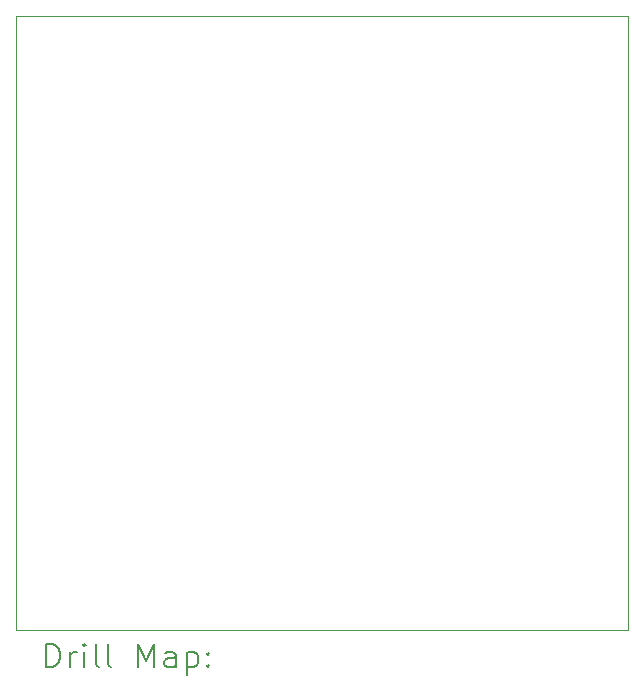
<source format=gbr>
%TF.GenerationSoftware,KiCad,Pcbnew,8.0.7*%
%TF.CreationDate,2025-01-04T02:12:27-08:00*%
%TF.ProjectId,PCB,5043422e-6b69-4636-9164-5f7063625858,rev?*%
%TF.SameCoordinates,Original*%
%TF.FileFunction,Drillmap*%
%TF.FilePolarity,Positive*%
%FSLAX45Y45*%
G04 Gerber Fmt 4.5, Leading zero omitted, Abs format (unit mm)*
G04 Created by KiCad (PCBNEW 8.0.7) date 2025-01-04 02:12:27*
%MOMM*%
%LPD*%
G01*
G04 APERTURE LIST*
%ADD10C,0.050000*%
%ADD11C,0.200000*%
G04 APERTURE END LIST*
D10*
X2003000Y-1515000D02*
X7191000Y-1515000D01*
X7191000Y-6713000D01*
X2003000Y-6713000D01*
X2003000Y-1515000D01*
D11*
X2261277Y-7026984D02*
X2261277Y-6826984D01*
X2261277Y-6826984D02*
X2308896Y-6826984D01*
X2308896Y-6826984D02*
X2337467Y-6836508D01*
X2337467Y-6836508D02*
X2356515Y-6855555D01*
X2356515Y-6855555D02*
X2366039Y-6874603D01*
X2366039Y-6874603D02*
X2375563Y-6912698D01*
X2375563Y-6912698D02*
X2375563Y-6941269D01*
X2375563Y-6941269D02*
X2366039Y-6979365D01*
X2366039Y-6979365D02*
X2356515Y-6998412D01*
X2356515Y-6998412D02*
X2337467Y-7017460D01*
X2337467Y-7017460D02*
X2308896Y-7026984D01*
X2308896Y-7026984D02*
X2261277Y-7026984D01*
X2461277Y-7026984D02*
X2461277Y-6893650D01*
X2461277Y-6931746D02*
X2470801Y-6912698D01*
X2470801Y-6912698D02*
X2480324Y-6903174D01*
X2480324Y-6903174D02*
X2499372Y-6893650D01*
X2499372Y-6893650D02*
X2518420Y-6893650D01*
X2585086Y-7026984D02*
X2585086Y-6893650D01*
X2585086Y-6826984D02*
X2575563Y-6836508D01*
X2575563Y-6836508D02*
X2585086Y-6846031D01*
X2585086Y-6846031D02*
X2594610Y-6836508D01*
X2594610Y-6836508D02*
X2585086Y-6826984D01*
X2585086Y-6826984D02*
X2585086Y-6846031D01*
X2708896Y-7026984D02*
X2689848Y-7017460D01*
X2689848Y-7017460D02*
X2680324Y-6998412D01*
X2680324Y-6998412D02*
X2680324Y-6826984D01*
X2813658Y-7026984D02*
X2794610Y-7017460D01*
X2794610Y-7017460D02*
X2785086Y-6998412D01*
X2785086Y-6998412D02*
X2785086Y-6826984D01*
X3042229Y-7026984D02*
X3042229Y-6826984D01*
X3042229Y-6826984D02*
X3108896Y-6969841D01*
X3108896Y-6969841D02*
X3175562Y-6826984D01*
X3175562Y-6826984D02*
X3175562Y-7026984D01*
X3356515Y-7026984D02*
X3356515Y-6922222D01*
X3356515Y-6922222D02*
X3346991Y-6903174D01*
X3346991Y-6903174D02*
X3327943Y-6893650D01*
X3327943Y-6893650D02*
X3289848Y-6893650D01*
X3289848Y-6893650D02*
X3270801Y-6903174D01*
X3356515Y-7017460D02*
X3337467Y-7026984D01*
X3337467Y-7026984D02*
X3289848Y-7026984D01*
X3289848Y-7026984D02*
X3270801Y-7017460D01*
X3270801Y-7017460D02*
X3261277Y-6998412D01*
X3261277Y-6998412D02*
X3261277Y-6979365D01*
X3261277Y-6979365D02*
X3270801Y-6960317D01*
X3270801Y-6960317D02*
X3289848Y-6950793D01*
X3289848Y-6950793D02*
X3337467Y-6950793D01*
X3337467Y-6950793D02*
X3356515Y-6941269D01*
X3451753Y-6893650D02*
X3451753Y-7093650D01*
X3451753Y-6903174D02*
X3470801Y-6893650D01*
X3470801Y-6893650D02*
X3508896Y-6893650D01*
X3508896Y-6893650D02*
X3527943Y-6903174D01*
X3527943Y-6903174D02*
X3537467Y-6912698D01*
X3537467Y-6912698D02*
X3546991Y-6931746D01*
X3546991Y-6931746D02*
X3546991Y-6988888D01*
X3546991Y-6988888D02*
X3537467Y-7007936D01*
X3537467Y-7007936D02*
X3527943Y-7017460D01*
X3527943Y-7017460D02*
X3508896Y-7026984D01*
X3508896Y-7026984D02*
X3470801Y-7026984D01*
X3470801Y-7026984D02*
X3451753Y-7017460D01*
X3632705Y-7007936D02*
X3642229Y-7017460D01*
X3642229Y-7017460D02*
X3632705Y-7026984D01*
X3632705Y-7026984D02*
X3623182Y-7017460D01*
X3623182Y-7017460D02*
X3632705Y-7007936D01*
X3632705Y-7007936D02*
X3632705Y-7026984D01*
X3632705Y-6903174D02*
X3642229Y-6912698D01*
X3642229Y-6912698D02*
X3632705Y-6922222D01*
X3632705Y-6922222D02*
X3623182Y-6912698D01*
X3623182Y-6912698D02*
X3632705Y-6903174D01*
X3632705Y-6903174D02*
X3632705Y-6922222D01*
M02*

</source>
